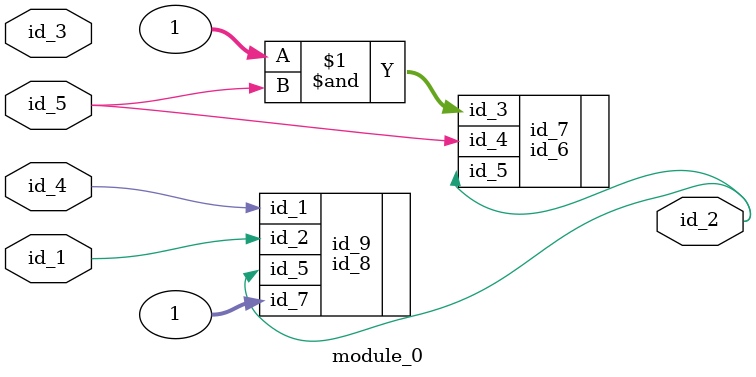
<source format=v>
module module_0 (
    id_1,
    id_2,
    id_3,
    id_4,
    id_5
);
  input id_5;
  input id_4;
  input id_3;
  output id_2;
  input id_1;
  id_6 id_7 (
      .id_5(id_2),
      .id_3(1 & id_5),
      .id_4(id_5),
      .id_4(id_5)
  );
  id_8 id_9 (
      .id_1(id_4),
      .id_7(id_5),
      .id_5(id_4),
      .id_2(id_5),
      .id_5(id_2),
      .id_2(id_1),
      .id_7(1)
  );
endmodule

</source>
